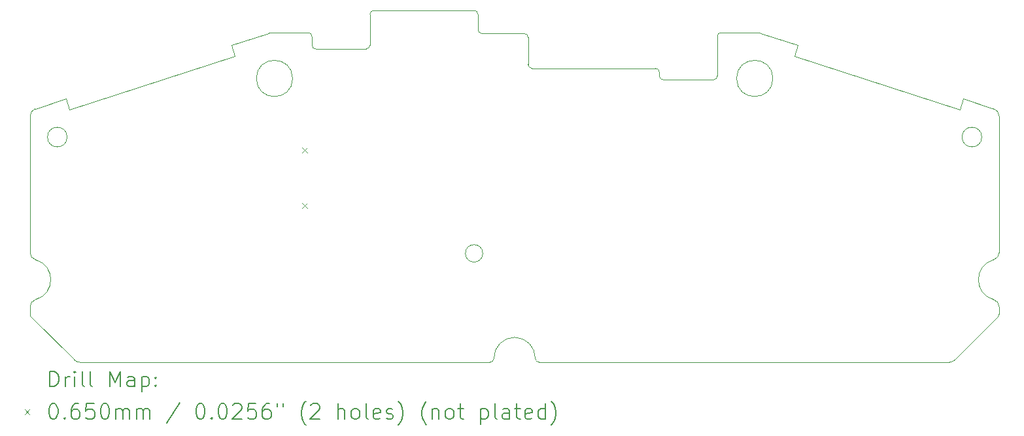
<source format=gbr>
%TF.GenerationSoftware,KiCad,Pcbnew,7.0.6*%
%TF.CreationDate,2023-09-25T23:03:45-07:00*%
%TF.ProjectId,UniSNES,556e6953-4e45-4532-9e6b-696361645f70,rev?*%
%TF.SameCoordinates,Original*%
%TF.FileFunction,Drillmap*%
%TF.FilePolarity,Positive*%
%FSLAX45Y45*%
G04 Gerber Fmt 4.5, Leading zero omitted, Abs format (unit mm)*
G04 Created by KiCad (PCBNEW 7.0.6) date 2023-09-25 23:03:45*
%MOMM*%
%LPD*%
G01*
G04 APERTURE LIST*
%ADD10C,0.100000*%
%ADD11C,0.200000*%
%ADD12C,0.065000*%
G04 APERTURE END LIST*
D10*
X5042125Y-2965140D02*
G75*
G03*
X5042125Y-2965140I-235000J0D01*
G01*
X7442226Y-2133314D02*
G75*
G03*
X7392227Y-2083314I-49996J4D01*
G01*
X13965221Y-3725878D02*
G75*
G03*
X13965221Y-3725878I-127500J0D01*
G01*
X11540747Y-2672922D02*
X11585555Y-2535019D01*
X13725432Y-3230307D02*
X13680624Y-3368210D01*
X4246970Y-2535019D02*
X4735643Y-2376239D01*
X7392227Y-2083314D02*
X6092227Y-2083314D01*
X14190326Y-5929450D02*
X14190326Y-6022450D01*
X11096881Y-2376240D02*
G75*
G03*
X11065979Y-2371345I-30901J-95080D01*
G01*
X8140298Y-2833314D02*
X9740298Y-2833314D01*
X1715138Y-5833181D02*
G75*
G03*
X1715138Y-5318141I-72387J257520D01*
G01*
X1642199Y-6043160D02*
X2215930Y-6616891D01*
X13680624Y-3368210D02*
X11540747Y-2672922D01*
X2286640Y-6646181D02*
X7598796Y-6646181D01*
X14190326Y-5221872D02*
X14190326Y-3454014D01*
X1711297Y-3358908D02*
G75*
G03*
X1642199Y-3454014I30902J-95106D01*
G01*
X5992227Y-2583307D02*
G75*
G03*
X6042227Y-2533314I3J49997D01*
G01*
X11260400Y-2965140D02*
G75*
G03*
X11260400Y-2965140I-235000J0D01*
G01*
X5992227Y-2583314D02*
X5342400Y-2583314D01*
X1642199Y-5929450D02*
X1642199Y-6043160D01*
X2151900Y-3368210D02*
X2107093Y-3230307D01*
X9840298Y-2983314D02*
X10491507Y-2983314D01*
X14175683Y-6057806D02*
G75*
G03*
X14190326Y-6022450I-35363J35356D01*
G01*
X10589738Y-2371349D02*
G75*
G03*
X10539739Y-2421522I-8J-49991D01*
G01*
X10589738Y-2371350D02*
X11065979Y-2371345D01*
X10491507Y-2983317D02*
G75*
G03*
X10541506Y-2933142I3J49997D01*
G01*
X7442226Y-2331644D02*
G75*
G03*
X7492227Y-2381644I50004J4D01*
G01*
X14121228Y-3358909D02*
X13725432Y-3230307D01*
X8183735Y-6595451D02*
G75*
G03*
X8233728Y-6646181I49995J-729D01*
G01*
X8183734Y-6595451D02*
G75*
G03*
X7648791Y-6595451I-267471J3902D01*
G01*
X2122304Y-3725878D02*
G75*
G03*
X2122304Y-3725878I-127500J0D01*
G01*
X14175681Y-6057805D02*
X13616595Y-6616891D01*
X4291777Y-2672922D02*
X2151900Y-3368210D01*
X9790296Y-2933314D02*
G75*
G03*
X9840298Y-2983314I50014J14D01*
G01*
X6092227Y-2083307D02*
G75*
G03*
X6042227Y-2133314I3J-50003D01*
G01*
X4766546Y-2371346D02*
G75*
G03*
X4735643Y-2376239I-6J-99994D01*
G01*
X8040298Y-2381644D02*
X7492227Y-2381644D01*
X5292790Y-2421522D02*
G75*
G03*
X5242786Y-2371350I-50000J172D01*
G01*
X14117387Y-5318143D02*
G75*
G03*
X14190326Y-5221872I-27067J96273D01*
G01*
X4246970Y-2535019D02*
X4291777Y-2672922D01*
X5292396Y-2533142D02*
G75*
G03*
X5342400Y-2583314I50004J-168D01*
G01*
X6042227Y-2133314D02*
X6042227Y-2533314D01*
X9790296Y-2883314D02*
G75*
G03*
X9740298Y-2833314I-49986J14D01*
G01*
X5292400Y-2533142D02*
X5292786Y-2421522D01*
X10541506Y-2933142D02*
X10539739Y-2421522D01*
X7598796Y-6646176D02*
G75*
G03*
X7648791Y-6595451I4J49996D01*
G01*
X5242786Y-2371350D02*
X4766546Y-2371345D01*
X7504028Y-5234179D02*
G75*
G03*
X7504028Y-5234179I-112500J0D01*
G01*
X1715138Y-5833180D02*
G75*
G03*
X1642199Y-5929450I27062J-96270D01*
G01*
X14117386Y-5318140D02*
G75*
G03*
X14117386Y-5833180I72384J-257520D01*
G01*
X8090306Y-2431644D02*
G75*
G03*
X8040298Y-2381644I-50006J-6D01*
G01*
X14190327Y-3454014D02*
G75*
G03*
X14121228Y-3358909I-100007J-6D01*
G01*
X11585555Y-2535019D02*
X11096881Y-2376239D01*
X14190331Y-5929450D02*
G75*
G03*
X14117386Y-5833181I-100012J-10D01*
G01*
X13545884Y-6646183D02*
G75*
G03*
X13616595Y-6616891I-4J100003D01*
G01*
X2215929Y-6616892D02*
G75*
G03*
X2286640Y-6646181I70711J70712D01*
G01*
X1642199Y-5221872D02*
X1642199Y-3454014D01*
X8090296Y-2783314D02*
G75*
G03*
X8140298Y-2833314I50004J4D01*
G01*
X7442227Y-2331644D02*
X7442227Y-2133314D01*
X1711297Y-3358909D02*
X2107093Y-3230307D01*
X8090298Y-2431644D02*
X8090298Y-2783314D01*
X9790298Y-2883314D02*
X9790298Y-2933314D01*
X8233728Y-6646181D02*
X13545884Y-6646181D01*
X1642198Y-5221872D02*
G75*
G03*
X1715138Y-5318141I100002J2D01*
G01*
D11*
D12*
X5167976Y-3864389D02*
X5232976Y-3929389D01*
X5232976Y-3864389D02*
X5167976Y-3929389D01*
X5167976Y-4584390D02*
X5232976Y-4649390D01*
X5232976Y-4584390D02*
X5167976Y-4649390D01*
D11*
X1897975Y-6962664D02*
X1897975Y-6762664D01*
X1897975Y-6762664D02*
X1945594Y-6762664D01*
X1945594Y-6762664D02*
X1974166Y-6772188D01*
X1974166Y-6772188D02*
X1993214Y-6791236D01*
X1993214Y-6791236D02*
X2002737Y-6810283D01*
X2002737Y-6810283D02*
X2012261Y-6848379D01*
X2012261Y-6848379D02*
X2012261Y-6876950D01*
X2012261Y-6876950D02*
X2002737Y-6915045D01*
X2002737Y-6915045D02*
X1993214Y-6934093D01*
X1993214Y-6934093D02*
X1974166Y-6953141D01*
X1974166Y-6953141D02*
X1945594Y-6962664D01*
X1945594Y-6962664D02*
X1897975Y-6962664D01*
X2097976Y-6962664D02*
X2097976Y-6829331D01*
X2097976Y-6867426D02*
X2107499Y-6848379D01*
X2107499Y-6848379D02*
X2117023Y-6838855D01*
X2117023Y-6838855D02*
X2136071Y-6829331D01*
X2136071Y-6829331D02*
X2155118Y-6829331D01*
X2221785Y-6962664D02*
X2221785Y-6829331D01*
X2221785Y-6762664D02*
X2212261Y-6772188D01*
X2212261Y-6772188D02*
X2221785Y-6781712D01*
X2221785Y-6781712D02*
X2231309Y-6772188D01*
X2231309Y-6772188D02*
X2221785Y-6762664D01*
X2221785Y-6762664D02*
X2221785Y-6781712D01*
X2345595Y-6962664D02*
X2326547Y-6953141D01*
X2326547Y-6953141D02*
X2317023Y-6934093D01*
X2317023Y-6934093D02*
X2317023Y-6762664D01*
X2450356Y-6962664D02*
X2431309Y-6953141D01*
X2431309Y-6953141D02*
X2421785Y-6934093D01*
X2421785Y-6934093D02*
X2421785Y-6762664D01*
X2678928Y-6962664D02*
X2678928Y-6762664D01*
X2678928Y-6762664D02*
X2745595Y-6905521D01*
X2745595Y-6905521D02*
X2812261Y-6762664D01*
X2812261Y-6762664D02*
X2812261Y-6962664D01*
X2993214Y-6962664D02*
X2993214Y-6857902D01*
X2993214Y-6857902D02*
X2983690Y-6838855D01*
X2983690Y-6838855D02*
X2964642Y-6829331D01*
X2964642Y-6829331D02*
X2926547Y-6829331D01*
X2926547Y-6829331D02*
X2907499Y-6838855D01*
X2993214Y-6953141D02*
X2974166Y-6962664D01*
X2974166Y-6962664D02*
X2926547Y-6962664D01*
X2926547Y-6962664D02*
X2907499Y-6953141D01*
X2907499Y-6953141D02*
X2897975Y-6934093D01*
X2897975Y-6934093D02*
X2897975Y-6915045D01*
X2897975Y-6915045D02*
X2907499Y-6895998D01*
X2907499Y-6895998D02*
X2926547Y-6886474D01*
X2926547Y-6886474D02*
X2974166Y-6886474D01*
X2974166Y-6886474D02*
X2993214Y-6876950D01*
X3088452Y-6829331D02*
X3088452Y-7029331D01*
X3088452Y-6838855D02*
X3107499Y-6829331D01*
X3107499Y-6829331D02*
X3145595Y-6829331D01*
X3145595Y-6829331D02*
X3164642Y-6838855D01*
X3164642Y-6838855D02*
X3174166Y-6848379D01*
X3174166Y-6848379D02*
X3183690Y-6867426D01*
X3183690Y-6867426D02*
X3183690Y-6924569D01*
X3183690Y-6924569D02*
X3174166Y-6943617D01*
X3174166Y-6943617D02*
X3164642Y-6953141D01*
X3164642Y-6953141D02*
X3145595Y-6962664D01*
X3145595Y-6962664D02*
X3107499Y-6962664D01*
X3107499Y-6962664D02*
X3088452Y-6953141D01*
X3269404Y-6943617D02*
X3278928Y-6953141D01*
X3278928Y-6953141D02*
X3269404Y-6962664D01*
X3269404Y-6962664D02*
X3259880Y-6953141D01*
X3259880Y-6953141D02*
X3269404Y-6943617D01*
X3269404Y-6943617D02*
X3269404Y-6962664D01*
X3269404Y-6838855D02*
X3278928Y-6848379D01*
X3278928Y-6848379D02*
X3269404Y-6857902D01*
X3269404Y-6857902D02*
X3259880Y-6848379D01*
X3259880Y-6848379D02*
X3269404Y-6838855D01*
X3269404Y-6838855D02*
X3269404Y-6857902D01*
D12*
X1572199Y-7258681D02*
X1637199Y-7323681D01*
X1637199Y-7258681D02*
X1572199Y-7323681D01*
D11*
X1936071Y-7182664D02*
X1955118Y-7182664D01*
X1955118Y-7182664D02*
X1974166Y-7192188D01*
X1974166Y-7192188D02*
X1983690Y-7201712D01*
X1983690Y-7201712D02*
X1993214Y-7220760D01*
X1993214Y-7220760D02*
X2002737Y-7258855D01*
X2002737Y-7258855D02*
X2002737Y-7306474D01*
X2002737Y-7306474D02*
X1993214Y-7344569D01*
X1993214Y-7344569D02*
X1983690Y-7363617D01*
X1983690Y-7363617D02*
X1974166Y-7373141D01*
X1974166Y-7373141D02*
X1955118Y-7382664D01*
X1955118Y-7382664D02*
X1936071Y-7382664D01*
X1936071Y-7382664D02*
X1917023Y-7373141D01*
X1917023Y-7373141D02*
X1907499Y-7363617D01*
X1907499Y-7363617D02*
X1897975Y-7344569D01*
X1897975Y-7344569D02*
X1888452Y-7306474D01*
X1888452Y-7306474D02*
X1888452Y-7258855D01*
X1888452Y-7258855D02*
X1897975Y-7220760D01*
X1897975Y-7220760D02*
X1907499Y-7201712D01*
X1907499Y-7201712D02*
X1917023Y-7192188D01*
X1917023Y-7192188D02*
X1936071Y-7182664D01*
X2088452Y-7363617D02*
X2097976Y-7373141D01*
X2097976Y-7373141D02*
X2088452Y-7382664D01*
X2088452Y-7382664D02*
X2078928Y-7373141D01*
X2078928Y-7373141D02*
X2088452Y-7363617D01*
X2088452Y-7363617D02*
X2088452Y-7382664D01*
X2269404Y-7182664D02*
X2231309Y-7182664D01*
X2231309Y-7182664D02*
X2212261Y-7192188D01*
X2212261Y-7192188D02*
X2202737Y-7201712D01*
X2202737Y-7201712D02*
X2183690Y-7230283D01*
X2183690Y-7230283D02*
X2174166Y-7268379D01*
X2174166Y-7268379D02*
X2174166Y-7344569D01*
X2174166Y-7344569D02*
X2183690Y-7363617D01*
X2183690Y-7363617D02*
X2193214Y-7373141D01*
X2193214Y-7373141D02*
X2212261Y-7382664D01*
X2212261Y-7382664D02*
X2250357Y-7382664D01*
X2250357Y-7382664D02*
X2269404Y-7373141D01*
X2269404Y-7373141D02*
X2278928Y-7363617D01*
X2278928Y-7363617D02*
X2288452Y-7344569D01*
X2288452Y-7344569D02*
X2288452Y-7296950D01*
X2288452Y-7296950D02*
X2278928Y-7277902D01*
X2278928Y-7277902D02*
X2269404Y-7268379D01*
X2269404Y-7268379D02*
X2250357Y-7258855D01*
X2250357Y-7258855D02*
X2212261Y-7258855D01*
X2212261Y-7258855D02*
X2193214Y-7268379D01*
X2193214Y-7268379D02*
X2183690Y-7277902D01*
X2183690Y-7277902D02*
X2174166Y-7296950D01*
X2469404Y-7182664D02*
X2374166Y-7182664D01*
X2374166Y-7182664D02*
X2364642Y-7277902D01*
X2364642Y-7277902D02*
X2374166Y-7268379D01*
X2374166Y-7268379D02*
X2393214Y-7258855D01*
X2393214Y-7258855D02*
X2440833Y-7258855D01*
X2440833Y-7258855D02*
X2459880Y-7268379D01*
X2459880Y-7268379D02*
X2469404Y-7277902D01*
X2469404Y-7277902D02*
X2478928Y-7296950D01*
X2478928Y-7296950D02*
X2478928Y-7344569D01*
X2478928Y-7344569D02*
X2469404Y-7363617D01*
X2469404Y-7363617D02*
X2459880Y-7373141D01*
X2459880Y-7373141D02*
X2440833Y-7382664D01*
X2440833Y-7382664D02*
X2393214Y-7382664D01*
X2393214Y-7382664D02*
X2374166Y-7373141D01*
X2374166Y-7373141D02*
X2364642Y-7363617D01*
X2602737Y-7182664D02*
X2621785Y-7182664D01*
X2621785Y-7182664D02*
X2640833Y-7192188D01*
X2640833Y-7192188D02*
X2650357Y-7201712D01*
X2650357Y-7201712D02*
X2659880Y-7220760D01*
X2659880Y-7220760D02*
X2669404Y-7258855D01*
X2669404Y-7258855D02*
X2669404Y-7306474D01*
X2669404Y-7306474D02*
X2659880Y-7344569D01*
X2659880Y-7344569D02*
X2650357Y-7363617D01*
X2650357Y-7363617D02*
X2640833Y-7373141D01*
X2640833Y-7373141D02*
X2621785Y-7382664D01*
X2621785Y-7382664D02*
X2602737Y-7382664D01*
X2602737Y-7382664D02*
X2583690Y-7373141D01*
X2583690Y-7373141D02*
X2574166Y-7363617D01*
X2574166Y-7363617D02*
X2564642Y-7344569D01*
X2564642Y-7344569D02*
X2555118Y-7306474D01*
X2555118Y-7306474D02*
X2555118Y-7258855D01*
X2555118Y-7258855D02*
X2564642Y-7220760D01*
X2564642Y-7220760D02*
X2574166Y-7201712D01*
X2574166Y-7201712D02*
X2583690Y-7192188D01*
X2583690Y-7192188D02*
X2602737Y-7182664D01*
X2755118Y-7382664D02*
X2755118Y-7249331D01*
X2755118Y-7268379D02*
X2764642Y-7258855D01*
X2764642Y-7258855D02*
X2783690Y-7249331D01*
X2783690Y-7249331D02*
X2812261Y-7249331D01*
X2812261Y-7249331D02*
X2831309Y-7258855D01*
X2831309Y-7258855D02*
X2840833Y-7277902D01*
X2840833Y-7277902D02*
X2840833Y-7382664D01*
X2840833Y-7277902D02*
X2850356Y-7258855D01*
X2850356Y-7258855D02*
X2869404Y-7249331D01*
X2869404Y-7249331D02*
X2897975Y-7249331D01*
X2897975Y-7249331D02*
X2917023Y-7258855D01*
X2917023Y-7258855D02*
X2926547Y-7277902D01*
X2926547Y-7277902D02*
X2926547Y-7382664D01*
X3021785Y-7382664D02*
X3021785Y-7249331D01*
X3021785Y-7268379D02*
X3031309Y-7258855D01*
X3031309Y-7258855D02*
X3050356Y-7249331D01*
X3050356Y-7249331D02*
X3078928Y-7249331D01*
X3078928Y-7249331D02*
X3097976Y-7258855D01*
X3097976Y-7258855D02*
X3107499Y-7277902D01*
X3107499Y-7277902D02*
X3107499Y-7382664D01*
X3107499Y-7277902D02*
X3117023Y-7258855D01*
X3117023Y-7258855D02*
X3136071Y-7249331D01*
X3136071Y-7249331D02*
X3164642Y-7249331D01*
X3164642Y-7249331D02*
X3183690Y-7258855D01*
X3183690Y-7258855D02*
X3193214Y-7277902D01*
X3193214Y-7277902D02*
X3193214Y-7382664D01*
X3583690Y-7173141D02*
X3412261Y-7430283D01*
X3840833Y-7182664D02*
X3859880Y-7182664D01*
X3859880Y-7182664D02*
X3878928Y-7192188D01*
X3878928Y-7192188D02*
X3888452Y-7201712D01*
X3888452Y-7201712D02*
X3897976Y-7220760D01*
X3897976Y-7220760D02*
X3907499Y-7258855D01*
X3907499Y-7258855D02*
X3907499Y-7306474D01*
X3907499Y-7306474D02*
X3897976Y-7344569D01*
X3897976Y-7344569D02*
X3888452Y-7363617D01*
X3888452Y-7363617D02*
X3878928Y-7373141D01*
X3878928Y-7373141D02*
X3859880Y-7382664D01*
X3859880Y-7382664D02*
X3840833Y-7382664D01*
X3840833Y-7382664D02*
X3821785Y-7373141D01*
X3821785Y-7373141D02*
X3812261Y-7363617D01*
X3812261Y-7363617D02*
X3802738Y-7344569D01*
X3802738Y-7344569D02*
X3793214Y-7306474D01*
X3793214Y-7306474D02*
X3793214Y-7258855D01*
X3793214Y-7258855D02*
X3802738Y-7220760D01*
X3802738Y-7220760D02*
X3812261Y-7201712D01*
X3812261Y-7201712D02*
X3821785Y-7192188D01*
X3821785Y-7192188D02*
X3840833Y-7182664D01*
X3993214Y-7363617D02*
X4002738Y-7373141D01*
X4002738Y-7373141D02*
X3993214Y-7382664D01*
X3993214Y-7382664D02*
X3983690Y-7373141D01*
X3983690Y-7373141D02*
X3993214Y-7363617D01*
X3993214Y-7363617D02*
X3993214Y-7382664D01*
X4126547Y-7182664D02*
X4145595Y-7182664D01*
X4145595Y-7182664D02*
X4164642Y-7192188D01*
X4164642Y-7192188D02*
X4174166Y-7201712D01*
X4174166Y-7201712D02*
X4183690Y-7220760D01*
X4183690Y-7220760D02*
X4193214Y-7258855D01*
X4193214Y-7258855D02*
X4193214Y-7306474D01*
X4193214Y-7306474D02*
X4183690Y-7344569D01*
X4183690Y-7344569D02*
X4174166Y-7363617D01*
X4174166Y-7363617D02*
X4164642Y-7373141D01*
X4164642Y-7373141D02*
X4145595Y-7382664D01*
X4145595Y-7382664D02*
X4126547Y-7382664D01*
X4126547Y-7382664D02*
X4107499Y-7373141D01*
X4107499Y-7373141D02*
X4097976Y-7363617D01*
X4097976Y-7363617D02*
X4088452Y-7344569D01*
X4088452Y-7344569D02*
X4078928Y-7306474D01*
X4078928Y-7306474D02*
X4078928Y-7258855D01*
X4078928Y-7258855D02*
X4088452Y-7220760D01*
X4088452Y-7220760D02*
X4097976Y-7201712D01*
X4097976Y-7201712D02*
X4107499Y-7192188D01*
X4107499Y-7192188D02*
X4126547Y-7182664D01*
X4269404Y-7201712D02*
X4278928Y-7192188D01*
X4278928Y-7192188D02*
X4297976Y-7182664D01*
X4297976Y-7182664D02*
X4345595Y-7182664D01*
X4345595Y-7182664D02*
X4364642Y-7192188D01*
X4364642Y-7192188D02*
X4374166Y-7201712D01*
X4374166Y-7201712D02*
X4383690Y-7220760D01*
X4383690Y-7220760D02*
X4383690Y-7239807D01*
X4383690Y-7239807D02*
X4374166Y-7268379D01*
X4374166Y-7268379D02*
X4259881Y-7382664D01*
X4259881Y-7382664D02*
X4383690Y-7382664D01*
X4564642Y-7182664D02*
X4469404Y-7182664D01*
X4469404Y-7182664D02*
X4459881Y-7277902D01*
X4459881Y-7277902D02*
X4469404Y-7268379D01*
X4469404Y-7268379D02*
X4488452Y-7258855D01*
X4488452Y-7258855D02*
X4536071Y-7258855D01*
X4536071Y-7258855D02*
X4555119Y-7268379D01*
X4555119Y-7268379D02*
X4564642Y-7277902D01*
X4564642Y-7277902D02*
X4574166Y-7296950D01*
X4574166Y-7296950D02*
X4574166Y-7344569D01*
X4574166Y-7344569D02*
X4564642Y-7363617D01*
X4564642Y-7363617D02*
X4555119Y-7373141D01*
X4555119Y-7373141D02*
X4536071Y-7382664D01*
X4536071Y-7382664D02*
X4488452Y-7382664D01*
X4488452Y-7382664D02*
X4469404Y-7373141D01*
X4469404Y-7373141D02*
X4459881Y-7363617D01*
X4745595Y-7182664D02*
X4707500Y-7182664D01*
X4707500Y-7182664D02*
X4688452Y-7192188D01*
X4688452Y-7192188D02*
X4678928Y-7201712D01*
X4678928Y-7201712D02*
X4659881Y-7230283D01*
X4659881Y-7230283D02*
X4650357Y-7268379D01*
X4650357Y-7268379D02*
X4650357Y-7344569D01*
X4650357Y-7344569D02*
X4659881Y-7363617D01*
X4659881Y-7363617D02*
X4669404Y-7373141D01*
X4669404Y-7373141D02*
X4688452Y-7382664D01*
X4688452Y-7382664D02*
X4726547Y-7382664D01*
X4726547Y-7382664D02*
X4745595Y-7373141D01*
X4745595Y-7373141D02*
X4755119Y-7363617D01*
X4755119Y-7363617D02*
X4764642Y-7344569D01*
X4764642Y-7344569D02*
X4764642Y-7296950D01*
X4764642Y-7296950D02*
X4755119Y-7277902D01*
X4755119Y-7277902D02*
X4745595Y-7268379D01*
X4745595Y-7268379D02*
X4726547Y-7258855D01*
X4726547Y-7258855D02*
X4688452Y-7258855D01*
X4688452Y-7258855D02*
X4669404Y-7268379D01*
X4669404Y-7268379D02*
X4659881Y-7277902D01*
X4659881Y-7277902D02*
X4650357Y-7296950D01*
X4840833Y-7182664D02*
X4840833Y-7220760D01*
X4917023Y-7182664D02*
X4917023Y-7220760D01*
X5212262Y-7458855D02*
X5202738Y-7449331D01*
X5202738Y-7449331D02*
X5183690Y-7420760D01*
X5183690Y-7420760D02*
X5174166Y-7401712D01*
X5174166Y-7401712D02*
X5164643Y-7373141D01*
X5164643Y-7373141D02*
X5155119Y-7325521D01*
X5155119Y-7325521D02*
X5155119Y-7287426D01*
X5155119Y-7287426D02*
X5164643Y-7239807D01*
X5164643Y-7239807D02*
X5174166Y-7211236D01*
X5174166Y-7211236D02*
X5183690Y-7192188D01*
X5183690Y-7192188D02*
X5202738Y-7163617D01*
X5202738Y-7163617D02*
X5212262Y-7154093D01*
X5278928Y-7201712D02*
X5288452Y-7192188D01*
X5288452Y-7192188D02*
X5307500Y-7182664D01*
X5307500Y-7182664D02*
X5355119Y-7182664D01*
X5355119Y-7182664D02*
X5374166Y-7192188D01*
X5374166Y-7192188D02*
X5383690Y-7201712D01*
X5383690Y-7201712D02*
X5393214Y-7220760D01*
X5393214Y-7220760D02*
X5393214Y-7239807D01*
X5393214Y-7239807D02*
X5383690Y-7268379D01*
X5383690Y-7268379D02*
X5269404Y-7382664D01*
X5269404Y-7382664D02*
X5393214Y-7382664D01*
X5631309Y-7382664D02*
X5631309Y-7182664D01*
X5717023Y-7382664D02*
X5717023Y-7277902D01*
X5717023Y-7277902D02*
X5707500Y-7258855D01*
X5707500Y-7258855D02*
X5688452Y-7249331D01*
X5688452Y-7249331D02*
X5659881Y-7249331D01*
X5659881Y-7249331D02*
X5640833Y-7258855D01*
X5640833Y-7258855D02*
X5631309Y-7268379D01*
X5840833Y-7382664D02*
X5821785Y-7373141D01*
X5821785Y-7373141D02*
X5812262Y-7363617D01*
X5812262Y-7363617D02*
X5802738Y-7344569D01*
X5802738Y-7344569D02*
X5802738Y-7287426D01*
X5802738Y-7287426D02*
X5812262Y-7268379D01*
X5812262Y-7268379D02*
X5821785Y-7258855D01*
X5821785Y-7258855D02*
X5840833Y-7249331D01*
X5840833Y-7249331D02*
X5869404Y-7249331D01*
X5869404Y-7249331D02*
X5888452Y-7258855D01*
X5888452Y-7258855D02*
X5897976Y-7268379D01*
X5897976Y-7268379D02*
X5907500Y-7287426D01*
X5907500Y-7287426D02*
X5907500Y-7344569D01*
X5907500Y-7344569D02*
X5897976Y-7363617D01*
X5897976Y-7363617D02*
X5888452Y-7373141D01*
X5888452Y-7373141D02*
X5869404Y-7382664D01*
X5869404Y-7382664D02*
X5840833Y-7382664D01*
X6021785Y-7382664D02*
X6002738Y-7373141D01*
X6002738Y-7373141D02*
X5993214Y-7354093D01*
X5993214Y-7354093D02*
X5993214Y-7182664D01*
X6174166Y-7373141D02*
X6155119Y-7382664D01*
X6155119Y-7382664D02*
X6117023Y-7382664D01*
X6117023Y-7382664D02*
X6097976Y-7373141D01*
X6097976Y-7373141D02*
X6088452Y-7354093D01*
X6088452Y-7354093D02*
X6088452Y-7277902D01*
X6088452Y-7277902D02*
X6097976Y-7258855D01*
X6097976Y-7258855D02*
X6117023Y-7249331D01*
X6117023Y-7249331D02*
X6155119Y-7249331D01*
X6155119Y-7249331D02*
X6174166Y-7258855D01*
X6174166Y-7258855D02*
X6183690Y-7277902D01*
X6183690Y-7277902D02*
X6183690Y-7296950D01*
X6183690Y-7296950D02*
X6088452Y-7315998D01*
X6259881Y-7373141D02*
X6278928Y-7382664D01*
X6278928Y-7382664D02*
X6317023Y-7382664D01*
X6317023Y-7382664D02*
X6336071Y-7373141D01*
X6336071Y-7373141D02*
X6345595Y-7354093D01*
X6345595Y-7354093D02*
X6345595Y-7344569D01*
X6345595Y-7344569D02*
X6336071Y-7325521D01*
X6336071Y-7325521D02*
X6317023Y-7315998D01*
X6317023Y-7315998D02*
X6288452Y-7315998D01*
X6288452Y-7315998D02*
X6269404Y-7306474D01*
X6269404Y-7306474D02*
X6259881Y-7287426D01*
X6259881Y-7287426D02*
X6259881Y-7277902D01*
X6259881Y-7277902D02*
X6269404Y-7258855D01*
X6269404Y-7258855D02*
X6288452Y-7249331D01*
X6288452Y-7249331D02*
X6317023Y-7249331D01*
X6317023Y-7249331D02*
X6336071Y-7258855D01*
X6412262Y-7458855D02*
X6421785Y-7449331D01*
X6421785Y-7449331D02*
X6440833Y-7420760D01*
X6440833Y-7420760D02*
X6450357Y-7401712D01*
X6450357Y-7401712D02*
X6459881Y-7373141D01*
X6459881Y-7373141D02*
X6469404Y-7325521D01*
X6469404Y-7325521D02*
X6469404Y-7287426D01*
X6469404Y-7287426D02*
X6459881Y-7239807D01*
X6459881Y-7239807D02*
X6450357Y-7211236D01*
X6450357Y-7211236D02*
X6440833Y-7192188D01*
X6440833Y-7192188D02*
X6421785Y-7163617D01*
X6421785Y-7163617D02*
X6412262Y-7154093D01*
X6774166Y-7458855D02*
X6764643Y-7449331D01*
X6764643Y-7449331D02*
X6745595Y-7420760D01*
X6745595Y-7420760D02*
X6736071Y-7401712D01*
X6736071Y-7401712D02*
X6726547Y-7373141D01*
X6726547Y-7373141D02*
X6717024Y-7325521D01*
X6717024Y-7325521D02*
X6717024Y-7287426D01*
X6717024Y-7287426D02*
X6726547Y-7239807D01*
X6726547Y-7239807D02*
X6736071Y-7211236D01*
X6736071Y-7211236D02*
X6745595Y-7192188D01*
X6745595Y-7192188D02*
X6764643Y-7163617D01*
X6764643Y-7163617D02*
X6774166Y-7154093D01*
X6850357Y-7249331D02*
X6850357Y-7382664D01*
X6850357Y-7268379D02*
X6859881Y-7258855D01*
X6859881Y-7258855D02*
X6878928Y-7249331D01*
X6878928Y-7249331D02*
X6907500Y-7249331D01*
X6907500Y-7249331D02*
X6926547Y-7258855D01*
X6926547Y-7258855D02*
X6936071Y-7277902D01*
X6936071Y-7277902D02*
X6936071Y-7382664D01*
X7059881Y-7382664D02*
X7040833Y-7373141D01*
X7040833Y-7373141D02*
X7031309Y-7363617D01*
X7031309Y-7363617D02*
X7021785Y-7344569D01*
X7021785Y-7344569D02*
X7021785Y-7287426D01*
X7021785Y-7287426D02*
X7031309Y-7268379D01*
X7031309Y-7268379D02*
X7040833Y-7258855D01*
X7040833Y-7258855D02*
X7059881Y-7249331D01*
X7059881Y-7249331D02*
X7088452Y-7249331D01*
X7088452Y-7249331D02*
X7107500Y-7258855D01*
X7107500Y-7258855D02*
X7117024Y-7268379D01*
X7117024Y-7268379D02*
X7126547Y-7287426D01*
X7126547Y-7287426D02*
X7126547Y-7344569D01*
X7126547Y-7344569D02*
X7117024Y-7363617D01*
X7117024Y-7363617D02*
X7107500Y-7373141D01*
X7107500Y-7373141D02*
X7088452Y-7382664D01*
X7088452Y-7382664D02*
X7059881Y-7382664D01*
X7183690Y-7249331D02*
X7259881Y-7249331D01*
X7212262Y-7182664D02*
X7212262Y-7354093D01*
X7212262Y-7354093D02*
X7221785Y-7373141D01*
X7221785Y-7373141D02*
X7240833Y-7382664D01*
X7240833Y-7382664D02*
X7259881Y-7382664D01*
X7478928Y-7249331D02*
X7478928Y-7449331D01*
X7478928Y-7258855D02*
X7497976Y-7249331D01*
X7497976Y-7249331D02*
X7536071Y-7249331D01*
X7536071Y-7249331D02*
X7555119Y-7258855D01*
X7555119Y-7258855D02*
X7564643Y-7268379D01*
X7564643Y-7268379D02*
X7574166Y-7287426D01*
X7574166Y-7287426D02*
X7574166Y-7344569D01*
X7574166Y-7344569D02*
X7564643Y-7363617D01*
X7564643Y-7363617D02*
X7555119Y-7373141D01*
X7555119Y-7373141D02*
X7536071Y-7382664D01*
X7536071Y-7382664D02*
X7497976Y-7382664D01*
X7497976Y-7382664D02*
X7478928Y-7373141D01*
X7688452Y-7382664D02*
X7669405Y-7373141D01*
X7669405Y-7373141D02*
X7659881Y-7354093D01*
X7659881Y-7354093D02*
X7659881Y-7182664D01*
X7850357Y-7382664D02*
X7850357Y-7277902D01*
X7850357Y-7277902D02*
X7840833Y-7258855D01*
X7840833Y-7258855D02*
X7821786Y-7249331D01*
X7821786Y-7249331D02*
X7783690Y-7249331D01*
X7783690Y-7249331D02*
X7764643Y-7258855D01*
X7850357Y-7373141D02*
X7831309Y-7382664D01*
X7831309Y-7382664D02*
X7783690Y-7382664D01*
X7783690Y-7382664D02*
X7764643Y-7373141D01*
X7764643Y-7373141D02*
X7755119Y-7354093D01*
X7755119Y-7354093D02*
X7755119Y-7335045D01*
X7755119Y-7335045D02*
X7764643Y-7315998D01*
X7764643Y-7315998D02*
X7783690Y-7306474D01*
X7783690Y-7306474D02*
X7831309Y-7306474D01*
X7831309Y-7306474D02*
X7850357Y-7296950D01*
X7917024Y-7249331D02*
X7993214Y-7249331D01*
X7945595Y-7182664D02*
X7945595Y-7354093D01*
X7945595Y-7354093D02*
X7955119Y-7373141D01*
X7955119Y-7373141D02*
X7974166Y-7382664D01*
X7974166Y-7382664D02*
X7993214Y-7382664D01*
X8136071Y-7373141D02*
X8117024Y-7382664D01*
X8117024Y-7382664D02*
X8078928Y-7382664D01*
X8078928Y-7382664D02*
X8059881Y-7373141D01*
X8059881Y-7373141D02*
X8050357Y-7354093D01*
X8050357Y-7354093D02*
X8050357Y-7277902D01*
X8050357Y-7277902D02*
X8059881Y-7258855D01*
X8059881Y-7258855D02*
X8078928Y-7249331D01*
X8078928Y-7249331D02*
X8117024Y-7249331D01*
X8117024Y-7249331D02*
X8136071Y-7258855D01*
X8136071Y-7258855D02*
X8145595Y-7277902D01*
X8145595Y-7277902D02*
X8145595Y-7296950D01*
X8145595Y-7296950D02*
X8050357Y-7315998D01*
X8317024Y-7382664D02*
X8317024Y-7182664D01*
X8317024Y-7373141D02*
X8297976Y-7382664D01*
X8297976Y-7382664D02*
X8259881Y-7382664D01*
X8259881Y-7382664D02*
X8240833Y-7373141D01*
X8240833Y-7373141D02*
X8231309Y-7363617D01*
X8231309Y-7363617D02*
X8221786Y-7344569D01*
X8221786Y-7344569D02*
X8221786Y-7287426D01*
X8221786Y-7287426D02*
X8231309Y-7268379D01*
X8231309Y-7268379D02*
X8240833Y-7258855D01*
X8240833Y-7258855D02*
X8259881Y-7249331D01*
X8259881Y-7249331D02*
X8297976Y-7249331D01*
X8297976Y-7249331D02*
X8317024Y-7258855D01*
X8393214Y-7458855D02*
X8402738Y-7449331D01*
X8402738Y-7449331D02*
X8421786Y-7420760D01*
X8421786Y-7420760D02*
X8431309Y-7401712D01*
X8431309Y-7401712D02*
X8440833Y-7373141D01*
X8440833Y-7373141D02*
X8450357Y-7325521D01*
X8450357Y-7325521D02*
X8450357Y-7287426D01*
X8450357Y-7287426D02*
X8440833Y-7239807D01*
X8440833Y-7239807D02*
X8431309Y-7211236D01*
X8431309Y-7211236D02*
X8421786Y-7192188D01*
X8421786Y-7192188D02*
X8402738Y-7163617D01*
X8402738Y-7163617D02*
X8393214Y-7154093D01*
M02*

</source>
